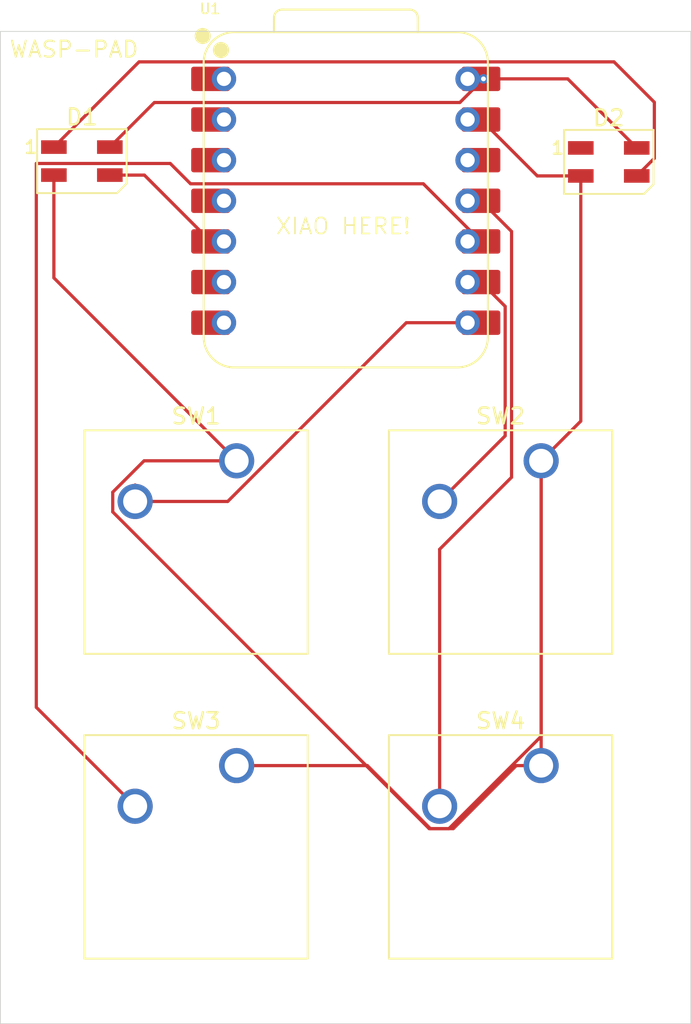
<source format=kicad_pcb>
(kicad_pcb (version 20241229) (generator "pcbnew") (generator_version "9.0")
  (layers (0 "F.Cu" signal) (2 "B.Cu" signal) (13 "F.Paste" user) (15 "B.Paste" user) (5 "F.SilkS" user "F.Silkscreen") (7 "B.SilkS" user "B.Silkscreen") (1 "F.Mask" user) (3 "B.Mask" user) (25 "Edge.Cuts" user))
  (net 0 "")
  (net 1 "+5V")
  (net 2 "Net-(D1-DIN)")
  (net 3 "Net-(D1-DOUT)")
  (net 4 "GND")
  (net 6 "Net-(U1-GPIO1{slash}RX)")
  (net 7 "Net-(U1-GPIO2{slash}SCK)")
  (net 8 "Net-(U1-GPIO4{slash}MISO)")
  (net 9 "Net-(U1-GPIO3{slash}MOSI)")
  (footprint "LED_SMD:LED_SK6812MINI_PLCC4_3.5x3.5mm_P1.75mm" (layer "F.Cu") (at 80.59 35.77)
    (property "Reference" "D2" (at 0 -2.75 0) (layer "F.SilkS"))
    (property "Value" "SK6812MINI")
    (fp_line (start -2.8 -2) (end -2.8 2) (stroke (width 0.12)) (layer "F.SilkS"))
    (fp_line (start -2.8 -2) (end 2.8 -2) (stroke (width 0.12)) (layer "F.SilkS"))
    (fp_line (start -2.8 2) (end 2.2 2) (stroke (width 0.12)) (layer "F.SilkS"))
    (fp_line (start 2.8 1.4) (end 2.2 2) (stroke (width 0.12)) (layer "F.SilkS"))
    (fp_line (start 2.8 1.4) (end 2.8 -2) (stroke (width 0.12)) (layer "F.SilkS"))
    (fp_text user "1" (at -3.2 -0.875 0) (layer "F.SilkS") (effects (font (size 0.8 0.8))))
    (pad "1" smd rect (at -1.75 -0.875) (size 1.6 0.85) (layers "F.Cu" "F.Mask" "F.Paste"))
    (pad "2" smd rect (at -1.75 0.875) (size 1.6 0.85) (layers "F.Cu" "F.Mask" "F.Paste") (net 4 "GND"))
    (pad "3" smd rect (at 1.75 0.875) (size 1.6 0.85) (layers "F.Cu" "F.Mask" "F.Paste") (net 3 "Net-(D1-DOUT)"))
    (pad "4" smd rect (at 1.75 -0.875) (size 1.6 0.85) (layers "F.Cu" "F.Mask" "F.Paste") (net 1 "+5V"))
  )
  (footprint "Button_Switch_Keyboard:SW_Cherry_MX_1.00u_PCB" (layer "F.Cu") (at 57.30875 54.45125)
    (property "Reference" "SW1" (at -2.54 -2.794 0) (layer "F.SilkS"))
    (property "Value" "SW_Push")
    (fp_line (start -9.525 -1.905) (end 4.445 -1.905) (stroke (width 0.12)) (layer "F.SilkS"))
    (fp_line (start -9.525 12.065) (end -9.525 -1.905) (stroke (width 0.12)) (layer "F.SilkS"))
    (fp_line (start 4.445 -1.905) (end 4.445 12.065) (stroke (width 0.12)) (layer "F.SilkS"))
    (fp_line (start 4.445 12.065) (end -9.525 12.065) (stroke (width 0.12)) (layer "F.SilkS"))
    (pad "" np_thru_hole circle (at -7.62 5.08) (size 1.7 1.7) (drill 1.7) (layers "*.Cu" "*.Mask"))
    (pad "" np_thru_hole circle (at -2.54 5.08) (size 4 4) (drill 4) (layers "*.Cu" "*.Mask"))
    (pad "" np_thru_hole circle (at 2.54 5.08) (size 1.7 1.7) (drill 1.7) (layers "*.Cu" "*.Mask"))
    (pad "1" thru_hole circle (at 0 0) (size 2.2 2.2) (drill 1.5) (layers "*.Cu" "*.Mask") (net 4 "GND"))
    (pad "2" thru_hole circle (at -6.35 2.54) (size 2.2 2.2) (drill 1.5) (layers "*.Cu" "*.Mask") (net 6 "Net-(U1-GPIO1{slash}RX)"))
  )
  (footprint "Button_Switch_Keyboard:SW_Cherry_MX_1.00u_PCB" (layer "F.Cu") (at 57.30875 73.50125)
    (property "Reference" "SW3" (at -2.54 -2.794 0) (layer "F.SilkS"))
    (property "Value" "SW_Push")
    (fp_line (start -9.525 -1.905) (end 4.445 -1.905) (stroke (width 0.12)) (layer "F.SilkS"))
    (fp_line (start -9.525 12.065) (end -9.525 -1.905) (stroke (width 0.12)) (layer "F.SilkS"))
    (fp_line (start 4.445 -1.905) (end 4.445 12.065) (stroke (width 0.12)) (layer "F.SilkS"))
    (fp_line (start 4.445 12.065) (end -9.525 12.065) (stroke (width 0.12)) (layer "F.SilkS"))
    (pad "" np_thru_hole circle (at -7.62 5.08) (size 1.7 1.7) (drill 1.7) (layers "*.Cu" "*.Mask"))
    (pad "" np_thru_hole circle (at -2.54 5.08) (size 4 4) (drill 4) (layers "*.Cu" "*.Mask"))
    (pad "" np_thru_hole circle (at 2.54 5.08) (size 1.7 1.7) (drill 1.7) (layers "*.Cu" "*.Mask"))
    (pad "1" thru_hole circle (at 0 0) (size 2.2 2.2) (drill 1.5) (layers "*.Cu" "*.Mask") (net 4 "GND"))
    (pad "2" thru_hole circle (at -6.35 2.54) (size 2.2 2.2) (drill 1.5) (layers "*.Cu" "*.Mask") (net 8 "Net-(U1-GPIO4{slash}MISO)"))
  )
  (footprint "Button_Switch_Keyboard:SW_Cherry_MX_1.00u_PCB" (layer "F.Cu") (at 76.35875 54.45125)
    (property "Reference" "SW2" (at -2.54 -2.794 0) (layer "F.SilkS"))
    (property "Value" "SW_Push")
    (fp_line (start -9.525 -1.905) (end 4.445 -1.905) (stroke (width 0.12)) (layer "F.SilkS"))
    (fp_line (start -9.525 12.065) (end -9.525 -1.905) (stroke (width 0.12)) (layer "F.SilkS"))
    (fp_line (start 4.445 -1.905) (end 4.445 12.065) (stroke (width 0.12)) (layer "F.SilkS"))
    (fp_line (start 4.445 12.065) (end -9.525 12.065) (stroke (width 0.12)) (layer "F.SilkS"))
    (pad "" np_thru_hole circle (at -7.62 5.08) (size 1.7 1.7) (drill 1.7) (layers "*.Cu" "*.Mask"))
    (pad "" np_thru_hole circle (at -2.54 5.08) (size 4 4) (drill 4) (layers "*.Cu" "*.Mask"))
    (pad "" np_thru_hole circle (at 2.54 5.08) (size 1.7 1.7) (drill 1.7) (layers "*.Cu" "*.Mask"))
    (pad "1" thru_hole circle (at 0 0) (size 2.2 2.2) (drill 1.5) (layers "*.Cu" "*.Mask") (net 4 "GND"))
    (pad "2" thru_hole circle (at -6.35 2.54) (size 2.2 2.2) (drill 1.5) (layers "*.Cu" "*.Mask") (net 7 "Net-(U1-GPIO2{slash}SCK)"))
  )
  (footprint "Button_Switch_Keyboard:SW_Cherry_MX_1.00u_PCB" (layer "F.Cu") (at 76.35875 73.50125)
    (property "Reference" "SW4" (at -2.54 -2.794 0) (layer "F.SilkS"))
    (property "Value" "SW_Push")
    (fp_line (start -9.525 -1.905) (end 4.445 -1.905) (stroke (width 0.12)) (layer "F.SilkS"))
    (fp_line (start -9.525 12.065) (end -9.525 -1.905) (stroke (width 0.12)) (layer "F.SilkS"))
    (fp_line (start 4.445 -1.905) (end 4.445 12.065) (stroke (width 0.12)) (layer "F.SilkS"))
    (fp_line (start 4.445 12.065) (end -9.525 12.065) (stroke (width 0.12)) (layer "F.SilkS"))
    (pad "" np_thru_hole circle (at -7.62 5.08) (size 1.7 1.7) (drill 1.7) (layers "*.Cu" "*.Mask"))
    (pad "" np_thru_hole circle (at -2.54 5.08) (size 4 4) (drill 4) (layers "*.Cu" "*.Mask"))
    (pad "" np_thru_hole circle (at 2.54 5.08) (size 1.7 1.7) (drill 1.7) (layers "*.Cu" "*.Mask"))
    (pad "1" thru_hole circle (at 0 0) (size 2.2 2.2) (drill 1.5) (layers "*.Cu" "*.Mask") (net 4 "GND"))
    (pad "2" thru_hole circle (at -6.35 2.54) (size 2.2 2.2) (drill 1.5) (layers "*.Cu" "*.Mask") (net 9 "Net-(U1-GPIO3{slash}MOSI)"))
  )
  (footprint "OPL:XIAO-RP2040-DIP" (layer "F.Cu") (at 64.136 38.1995)
    (property "Reference" "U1" (at -8.5 -12 0) (layer "F.SilkS") (effects (font (size 0.635 0.635) (thickness 0.1016))))
    (property "Value" "XIAO-RP2040-DIP")
    (fp_line (start -8.89 8.509) (end -8.89 -8.636) (stroke (width 0.127)) (layer "F.SilkS"))
    (fp_line (start -6.985 10.414) (end 6.985 10.414) (stroke (width 0.127)) (layer "F.SilkS"))
    (fp_line (start -4.495 -10.541) (end -4.491272 -11.451272) (stroke (width 0.127)) (layer "F.SilkS"))
    (fp_line (start -3.991272 -11.951) (end 4.004 -11.951) (stroke (width 0.127)) (layer "F.SilkS"))
    (fp_line (start 4.504 -11.451) (end 4.504 -10.541) (stroke (width 0.127)) (layer "F.SilkS"))
    (fp_line (start 6.985 -10.541) (end -6.985 -10.541) (stroke (width 0.1)) (layer "F.SilkS"))
    (fp_line (start 6.985 -10.541) (end -6.985 -10.541) (stroke (width 0.127)) (layer "F.SilkS"))
    (fp_line (start 8.89 8.509) (end 8.89 -8.636) (stroke (width 0.127)) (layer "F.SilkS"))
    (fp_arc (start -8.89 -8.636) (mid -8.332038 -9.983038) (end -6.985 -10.541) (stroke (width 0.127)) (layer "F.SilkS"))
    (fp_arc (start -6.985 10.414) (mid -8.332038 9.856038) (end -8.89 8.509) (stroke (width 0.127)) (layer "F.SilkS"))
    (fp_arc (start -4.491272 -11.451272) (mid -4.344728 -11.80464) (end -3.991272 -11.951) (stroke (width 0.127)) (layer "F.SilkS"))
    (fp_arc (start 4.004 -11.951) (mid 4.357553 -11.804553) (end 4.504 -11.451) (stroke (width 0.127)) (layer "F.SilkS"))
    (fp_arc (start 6.985 -10.541) (mid 8.332038 -9.983038) (end 8.89 -8.636) (stroke (width 0.127)) (layer "F.SilkS"))
    (fp_arc (start 8.89 8.509) (mid 8.332038 9.856038) (end 6.985 10.414) (stroke (width 0.127)) (layer "F.SilkS"))
    (fp_circle (center -8.95 -10.3) (end -8.95 -10.554) (stroke (width 0.5)) (fill yes) (layer "F.SilkS"))
    (fp_circle (center -7.807 -9.42) (end -7.807 -9.674) (stroke (width 0.5)) (fill yes) (layer "F.SilkS"))
    (pad "1" smd roundrect (at -8.455 -7.62 180) (size 2.432 1.524) (layers "F.Cu" "F.Mask") (roundrect_rratio 0.1))
    (pad "1" thru_hole circle (at -7.62 -7.62 180) (size 1.524 1.524) (drill 0.889) (layers "*.Cu" "*.Mask"))
    (pad "2" smd roundrect (at -8.455 -5.08 180) (size 2.432 1.524) (layers "F.Cu" "F.Mask") (roundrect_rratio 0.1))
    (pad "2" thru_hole circle (at -7.62 -5.08 180) (size 1.524 1.524) (drill 0.889) (layers "*.Cu" "*.Mask"))
    (pad "3" smd roundrect (at -8.455 -2.54 180) (size 2.432 1.524) (layers "F.Cu" "F.Mask") (roundrect_rratio 0.1))
    (pad "3" thru_hole circle (at -7.62 -2.54 180) (size 1.524 1.524) (drill 0.889) (layers "*.Cu" "*.Mask"))
    (pad "4" smd roundrect (at -8.455 0 180) (size 2.432 1.524) (layers "F.Cu" "F.Mask") (roundrect_rratio 0.1))
    (pad "4" thru_hole circle (at -7.62 0 180) (size 1.524 1.524) (drill 0.889) (layers "*.Cu" "*.Mask"))
    (pad "5" smd roundrect (at -8.455 2.54 180) (size 2.432 1.524) (layers "F.Cu" "F.Mask") (roundrect_rratio 0.1) (net 2 "Net-(D1-DIN)"))
    (pad "5" thru_hole circle (at -7.62 2.54 180) (size 1.524 1.524) (drill 0.889) (layers "*.Cu" "*.Mask") (net 2 "Net-(D1-DIN)"))
    (pad "6" smd roundrect (at -8.455 5.08 180) (size 2.432 1.524) (layers "F.Cu" "F.Mask") (roundrect_rratio 0.1))
    (pad "6" thru_hole circle (at -7.62 5.08 180) (size 1.524 1.524) (drill 0.889) (layers "*.Cu" "*.Mask"))
    (pad "7" smd roundrect (at -8.455 7.62 180) (size 2.432 1.524) (layers "F.Cu" "F.Mask") (roundrect_rratio 0.1))
    (pad "7" thru_hole circle (at -7.62 7.62 180) (size 1.524 1.524) (drill 0.889) (layers "*.Cu" "*.Mask"))
    (pad "8" thru_hole circle (at 7.62 7.62) (size 1.524 1.524) (drill 0.889) (layers "*.Cu" "*.Mask") (net 6 "Net-(U1-GPIO1{slash}RX)"))
    (pad "8" smd roundrect (at 8.455 7.62) (size 2.432 1.524) (layers "F.Cu" "F.Mask") (roundrect_rratio 0.1) (net 6 "Net-(U1-GPIO1{slash}RX)"))
    (pad "9" thru_hole circle (at 7.62 5.08) (size 1.524 1.524) (drill 0.889) (layers "*.Cu" "*.Mask") (net 7 "Net-(U1-GPIO2{slash}SCK)"))
    (pad "9" smd roundrect (at 8.455 5.08) (size 2.432 1.524) (layers "F.Cu" "F.Mask") (roundrect_rratio 0.1) (net 7 "Net-(U1-GPIO2{slash}SCK)"))
    (pad "10" thru_hole circle (at 7.62 2.54) (size 1.524 1.524) (drill 0.889) (layers "*.Cu" "*.Mask") (net 8 "Net-(U1-GPIO4{slash}MISO)"))
    (pad "10" smd roundrect (at 8.455 2.54) (size 2.432 1.524) (layers "F.Cu" "F.Mask") (roundrect_rratio 0.1) (net 8 "Net-(U1-GPIO4{slash}MISO)"))
    (pad "11" thru_hole circle (at 7.62 0) (size 1.524 1.524) (drill 0.889) (layers "*.Cu" "*.Mask") (net 9 "Net-(U1-GPIO3{slash}MOSI)"))
    (pad "11" smd roundrect (at 8.455 0) (size 2.432 1.524) (layers "F.Cu" "F.Mask") (roundrect_rratio 0.1) (net 9 "Net-(U1-GPIO3{slash}MOSI)"))
    (pad "12" thru_hole circle (at 7.62 -2.54) (size 1.524 1.524) (drill 0.889) (layers "*.Cu" "*.Mask"))
    (pad "12" smd roundrect (at 8.455 -2.54) (size 2.432 1.524) (layers "F.Cu" "F.Mask") (roundrect_rratio 0.1))
    (pad "13" thru_hole circle (at 7.62 -5.08) (size 1.524 1.524) (drill 0.889) (layers "*.Cu" "*.Mask") (net 4 "GND"))
    (pad "13" smd roundrect (at 8.455 -5.08) (size 2.432 1.524) (layers "F.Cu" "F.Mask") (roundrect_rratio 0.1) (net 4 "GND"))
    (pad "14" thru_hole circle (at 7.62 -7.62) (size 1.524 1.524) (drill 0.889) (layers "*.Cu" "*.Mask") (net 1 "+5V"))
    (pad "14" smd roundrect (at 8.455 -7.62) (size 2.432 1.524) (layers "F.Cu" "F.Mask") (roundrect_rratio 0.1) (net 1 "+5V"))
  )
  (footprint "LED_SMD:LED_SK6812MINI_PLCC4_3.5x3.5mm_P1.75mm" (layer "F.Cu") (at 47.625 35.71875)
    (property "Reference" "D1" (at 0 -2.75 0) (layer "F.SilkS"))
    (property "Value" "SK6812MINI")
    (fp_line (start -2.8 -2) (end -2.8 2) (stroke (width 0.12)) (layer "F.SilkS"))
    (fp_line (start -2.8 -2) (end 2.8 -2) (stroke (width 0.12)) (layer "F.SilkS"))
    (fp_line (start -2.8 2) (end 2.2 2) (stroke (width 0.12)) (layer "F.SilkS"))
    (fp_line (start 2.8 1.4) (end 2.2 2) (stroke (width 0.12)) (layer "F.SilkS"))
    (fp_line (start 2.8 1.4) (end 2.8 -2) (stroke (width 0.12)) (layer "F.SilkS"))
    (fp_text user "1" (at -3.2 -0.875 0) (layer "F.SilkS") (effects (font (size 0.8 0.8))))
    (pad "1" smd rect (at -1.75 -0.875) (size 1.6 0.85) (layers "F.Cu" "F.Mask" "F.Paste") (net 3 "Net-(D1-DOUT)"))
    (pad "2" smd rect (at -1.75 0.875) (size 1.6 0.85) (layers "F.Cu" "F.Mask" "F.Paste") (net 4 "GND"))
    (pad "3" smd rect (at 1.75 0.875) (size 1.6 0.85) (layers "F.Cu" "F.Mask" "F.Paste") (net 2 "Net-(D1-DIN)"))
    (pad "4" smd rect (at 1.75 -0.875) (size 1.6 0.85) (layers "F.Cu" "F.Mask" "F.Paste") (net 1 "+5V"))
  )
  (gr_rect (start 42.528519 27.61375) (end 85.722268 89.63625) (stroke (width 0.05)) (fill no) (layer "Edge.Cuts"))
  (gr_text "XIAO HERE!" (at 59.7 40.37 0) (layer "F.SilkS") (effects (font (size 1 1) (thickness 0.1)) (justify left bottom)))
  (gr_text "WASP-PAD" (at 43.03 29.32 0) (layer "F.SilkS") (effects (font (size 1 1) (thickness 0.125)) (justify left bottom)))
  (segment (start 49.375 34.84375) (end 52.16225 32.0565) (width 0.2) (layer "F.Cu") (net 1))
  (segment (start 78.0245 30.5795) (end 72.591 30.5795) (width 0.2) (layer "F.Cu") (net 1))
  (segment (start 71.2735 32.0565) (end 72.7505 30.5795) (width 0.2) (layer "F.Cu") (net 1))
  (segment (start 82.34 34.895) (end 78.0245 30.5795) (width 0.2) (layer "F.Cu") (net 1))
  (segment (start 52.16225 32.0565) (end 71.2735 32.0565) (width 0.2) (layer "F.Cu") (net 1))
  (via (at 72.7505 30.5795) (size 0.6) (drill 0.3) (layers "F.Cu" "B.Cu") (net 1))
  (segment (start 51.53525 36.59375) (end 55.681 40.7395) (width 0.2) (layer "F.Cu") (net 2))
  (segment (start 49.375 36.59375) (end 51.53525 36.59375) (width 0.2) (layer "F.Cu") (net 2))
  (segment (start 82.34 36.645) (end 83.441 35.544) (width 0.2) (layer "F.Cu") (net 3))
  (segment (start 80.9165 29.5165) (end 51.20225 29.5165) (width 0.2) (layer "F.Cu") (net 3))
  (segment (start 51.20225 29.5165) (end 45.875 34.84375) (width 0.2) (layer "F.Cu") (net 3))
  (segment (start 83.441 35.544) (end 83.441 32.041) (width 0.2) (layer "F.Cu") (net 3))
  (segment (start 83.441 32.041) (end 80.9165 29.5165) (width 0.2) (layer "F.Cu") (net 3))
  (segment (start 76.35875 71.672564) (end 76.35875 54.45125) (width 0.2) (layer "F.Cu") (net 4))
  (segment (start 70.589064 77.44225) (end 76.35875 71.672564) (width 0.2) (layer "F.Cu") (net 4))
  (segment (start 78.84 36.645) (end 76.1165 36.645) (width 0.2) (layer "F.Cu") (net 4))
  (segment (start 69.428436 77.44225) (end 70.862116 77.44225) (width 0.2) (layer "F.Cu") (net 4))
  (segment (start 49.55775 56.410936) (end 49.55775 57.645066) (width 0.2) (layer "F.Cu") (net 4))
  (segment (start 49.55775 57.645066) (end 69.354934 77.44225) (width 0.2) (layer "F.Cu") (net 4))
  (segment (start 76.35875 54.45125) (end 78.84 51.97) (width 0.2) (layer "F.Cu") (net 4))
  (segment (start 78.84 51.97) (end 78.84 36.645) (width 0.2) (layer "F.Cu") (net 4))
  (segment (start 57.30875 54.45125) (end 45.875 43.0175) (width 0.2) (layer "F.Cu") (net 4))
  (segment (start 57.30875 73.50125) (end 65.487436 73.50125) (width 0.2) (layer "F.Cu") (net 4))
  (segment (start 76.35875 73.50125) (end 76.35875 54.45125) (width 0.2) (layer "F.Cu") (net 4))
  (segment (start 51.517436 54.45125) (end 49.55775 56.410936) (width 0.2) (layer "F.Cu") (net 4))
  (segment (start 69.354934 77.44225) (end 70.589064 77.44225) (width 0.2) (layer "F.Cu") (net 4))
  (segment (start 65.487436 73.50125) (end 69.428436 77.44225) (width 0.2) (layer "F.Cu") (net 4))
  (segment (start 76.1165 36.645) (end 72.591 33.1195) (width 0.2) (layer "F.Cu") (net 4))
  (segment (start 57.30875 54.45125) (end 51.517436 54.45125) (width 0.2) (layer "F.Cu") (net 4))
  (segment (start 45.875 43.0175) (end 45.875 36.59375) (width 0.2) (layer "F.Cu") (net 4))
  (segment (start 74.803116 73.50125) (end 76.35875 73.50125) (width 0.2) (layer "F.Cu") (net 4))
  (segment (start 70.862116 77.44225) (end 74.803116 73.50125) (width 0.2) (layer "F.Cu") (net 4))
  (segment (start 50.95875 56.99125) (end 50.95875 55.95875) (width 0.2) (layer "F.Cu") (net 6))
  (segment (start 56.750064 56.99125) (end 67.921814 45.8195) (width 0.2) (layer "F.Cu") (net 6))
  (segment (start 67.921814 45.8195) (end 72.591 45.8195) (width 0.2) (layer "F.Cu") (net 6))
  (segment (start 50.95875 56.99125) (end 56.750064 56.99125) (width 0.2) (layer "F.Cu") (net 6))
  (segment (start 74.108 52.892) (end 74.108 44.7965) (width 0.2) (layer "F.Cu") (net 7))
  (segment (start 70.00875 56.99125) (end 69.59875 56.99125) (width 0.2) (layer "F.Cu") (net 7))
  (segment (start 69.59875 56.99125) (end 69.54 57.05) (width 0.2) (layer "F.Cu") (net 7))
  (segment (start 70.00875 56.99125) (end 74.108 52.892) (width 0.2) (layer "F.Cu") (net 7))
  (segment (start 74.108 44.7965) (end 72.591 43.2795) (width 0.2) (layer "F.Cu") (net 7))
  (segment (start 72.591 43.2795) (end 71.756 43.2795) (width 0.2) (layer "F.Cu") (net 7))
  (segment (start 68.988 37.1365) (end 72.591 40.7395) (width 0.2) (layer "F.Cu") (net 8))
  (segment (start 44.774 69.8565) (end 44.774 35.86775) (width 0.2) (layer "F.Cu") (net 8))
  (segment (start 54.425374 37.1365) (end 68.988 37.1365) (width 0.2) (layer "F.Cu") (net 8))
  (segment (start 50.95875 76.04125) (end 44.774 69.8565) (width 0.2) (layer "F.Cu") (net 8))
  (segment (start 44.774 35.86775) (end 53.156624 35.86775) (width 0.2) (layer "F.Cu") (net 8))
  (segment (start 53.156624 35.86775) (end 54.425374 37.1365) (width 0.2) (layer "F.Cu") (net 8))
  (segment (start 74.509 40.1175) (end 72.591 38.1995) (width 0.2) (layer "F.Cu") (net 9))
  (segment (start 74.509 55.480314) (end 74.509 40.1175) (width 0.2) (layer "F.Cu") (net 9))
  (segment (start 70.00875 59.980564) (end 74.509 55.480314) (width 0.2) (layer "F.Cu") (net 9))
  (segment (start 70.00875 76.04125) (end 70.00875 59.980564) (width 0.2) (layer "F.Cu") (net 9))
)
</source>
